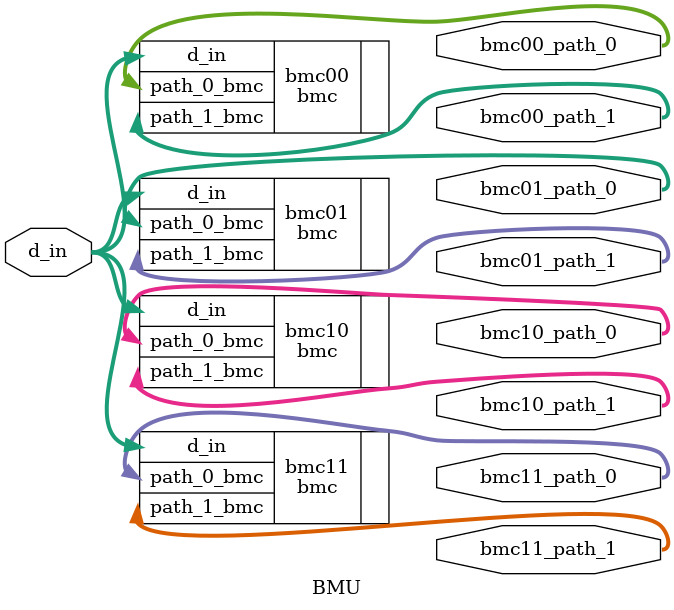
<source format=v>
module BMU (
   input  [1:0] d_in,
   output [1:0] bmc00_path_0,
   output [1:0] bmc00_path_1,
   output [1:0] bmc01_path_0,
   output [1:0] bmc01_path_1,
   output [1:0] bmc10_path_0,
   output [1:0] bmc10_path_1,
   output [1:0] bmc11_path_0,
   output [1:0] bmc11_path_1
);

bmc #(.out0(2'b00), .out1(2'b11)) bmc00 (.d_in(d_in), .path_0_bmc(bmc00_path_0), .path_1_bmc(bmc00_path_1));
bmc #(.out0(2'b10), .out1(2'b01)) bmc01 (.d_in(d_in), .path_0_bmc(bmc01_path_0), .path_1_bmc(bmc01_path_1));
bmc #(.out0(2'b11), .out1(2'b00)) bmc10 (.d_in(d_in), .path_0_bmc(bmc10_path_0), .path_1_bmc(bmc10_path_1));
bmc #(.out0(2'b01), .out1(2'b10)) bmc11 (.d_in(d_in), .path_0_bmc(bmc11_path_0), .path_1_bmc(bmc11_path_1));

endmodule

</source>
